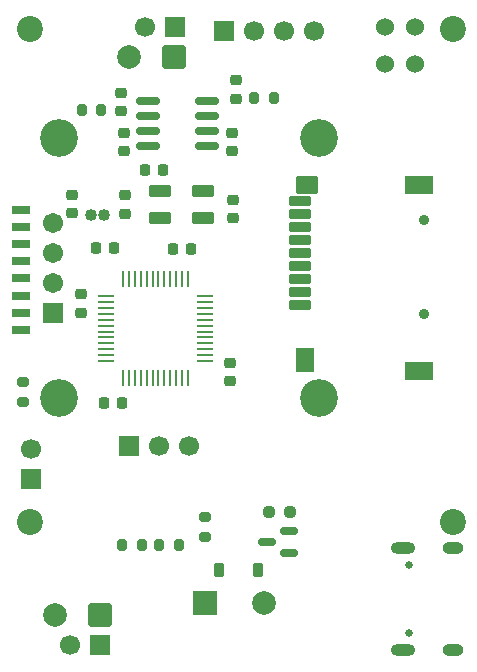
<source format=gbr>
%TF.GenerationSoftware,KiCad,Pcbnew,9.0.4*%
%TF.CreationDate,2025-12-12T14:24:18+03:00*%
%TF.ProjectId,mini_power_logger,6d696e69-5f70-46f7-9765-725f6c6f6767,rev?*%
%TF.SameCoordinates,Original*%
%TF.FileFunction,Soldermask,Bot*%
%TF.FilePolarity,Negative*%
%FSLAX46Y46*%
G04 Gerber Fmt 4.6, Leading zero omitted, Abs format (unit mm)*
G04 Created by KiCad (PCBNEW 9.0.4) date 2025-12-12 14:24:18*
%MOMM*%
%LPD*%
G01*
G04 APERTURE LIST*
G04 Aperture macros list*
%AMRoundRect*
0 Rectangle with rounded corners*
0 $1 Rounding radius*
0 $2 $3 $4 $5 $6 $7 $8 $9 X,Y pos of 4 corners*
0 Add a 4 corners polygon primitive as box body*
4,1,4,$2,$3,$4,$5,$6,$7,$8,$9,$2,$3,0*
0 Add four circle primitives for the rounded corners*
1,1,$1+$1,$2,$3*
1,1,$1+$1,$4,$5*
1,1,$1+$1,$6,$7*
1,1,$1+$1,$8,$9*
0 Add four rect primitives between the rounded corners*
20,1,$1+$1,$2,$3,$4,$5,0*
20,1,$1+$1,$4,$5,$6,$7,0*
20,1,$1+$1,$6,$7,$8,$9,0*
20,1,$1+$1,$8,$9,$2,$3,0*%
G04 Aperture macros list end*
%ADD10RoundRect,0.102000X0.754000X-0.754000X0.754000X0.754000X-0.754000X0.754000X-0.754000X-0.754000X0*%
%ADD11C,1.712000*%
%ADD12C,3.204000*%
%ADD13C,2.200000*%
%ADD14R,1.700000X1.700000*%
%ADD15C,1.700000*%
%ADD16R,2.000000X2.000000*%
%ADD17C,2.000000*%
%ADD18C,1.524000*%
%ADD19RoundRect,0.250000X0.750000X0.750000X-0.750000X0.750000X-0.750000X-0.750000X0.750000X-0.750000X0*%
%ADD20C,0.650000*%
%ADD21O,2.100000X1.000000*%
%ADD22O,1.800000X1.000000*%
%ADD23RoundRect,0.200000X-0.200000X-0.275000X0.200000X-0.275000X0.200000X0.275000X-0.200000X0.275000X0*%
%ADD24C,0.900000*%
%ADD25RoundRect,0.102000X-0.800000X0.350000X-0.800000X-0.350000X0.800000X-0.350000X0.800000X0.350000X0*%
%ADD26RoundRect,0.102000X-0.800000X0.700000X-0.800000X-0.700000X0.800000X-0.700000X0.800000X0.700000X0*%
%ADD27RoundRect,0.102000X-1.100000X0.700000X-1.100000X-0.700000X1.100000X-0.700000X1.100000X0.700000X0*%
%ADD28RoundRect,0.102000X-0.700000X0.900000X-0.700000X-0.900000X0.700000X-0.900000X0.700000X0.900000X0*%
%ADD29RoundRect,0.150000X0.587500X0.150000X-0.587500X0.150000X-0.587500X-0.150000X0.587500X-0.150000X0*%
%ADD30RoundRect,0.225000X-0.250000X0.225000X-0.250000X-0.225000X0.250000X-0.225000X0.250000X0.225000X0*%
%ADD31RoundRect,0.225000X0.250000X-0.225000X0.250000X0.225000X-0.250000X0.225000X-0.250000X-0.225000X0*%
%ADD32RoundRect,0.200000X0.200000X0.275000X-0.200000X0.275000X-0.200000X-0.275000X0.200000X-0.275000X0*%
%ADD33RoundRect,0.225000X-0.225000X-0.375000X0.225000X-0.375000X0.225000X0.375000X-0.225000X0.375000X0*%
%ADD34RoundRect,0.250000X0.700000X0.300000X-0.700000X0.300000X-0.700000X-0.300000X0.700000X-0.300000X0*%
%ADD35RoundRect,0.200000X-0.275000X0.200000X-0.275000X-0.200000X0.275000X-0.200000X0.275000X0.200000X0*%
%ADD36RoundRect,0.225000X0.225000X0.250000X-0.225000X0.250000X-0.225000X-0.250000X0.225000X-0.250000X0*%
%ADD37R,1.600000X0.800000*%
%ADD38R,0.279400X1.473200*%
%ADD39R,1.473200X0.279400*%
%ADD40RoundRect,0.237500X-0.250000X-0.237500X0.250000X-0.237500X0.250000X0.237500X-0.250000X0.237500X0*%
%ADD41RoundRect,0.200000X0.275000X-0.200000X0.275000X0.200000X-0.275000X0.200000X-0.275000X-0.200000X0*%
%ADD42RoundRect,0.225000X-0.225000X-0.250000X0.225000X-0.250000X0.225000X0.250000X-0.225000X0.250000X0*%
%ADD43C,1.014000*%
%ADD44RoundRect,0.150000X-0.825000X-0.150000X0.825000X-0.150000X0.825000X0.150000X-0.825000X0.150000X0*%
G04 APERTURE END LIST*
D10*
%TO.C,U4*%
X161912500Y-78210000D03*
D11*
X161912500Y-75670000D03*
X161912500Y-73130000D03*
X161912500Y-70590000D03*
D12*
X162412500Y-85400000D03*
X162412500Y-63400000D03*
X184412500Y-63400000D03*
X184412500Y-85400000D03*
%TD*%
D13*
%TO.C,*%
X160000000Y-95900000D03*
%TD*%
D14*
%TO.C,J1*%
X165920000Y-106250000D03*
D15*
X163380000Y-106250000D03*
%TD*%
D16*
%TO.C,BZ1*%
X174800000Y-102700000D03*
D17*
X179800000Y-102700000D03*
%TD*%
D18*
%TO.C,J7*%
X192570000Y-54000000D03*
X190030000Y-53980000D03*
%TD*%
%TO.C,J6*%
X192570000Y-57100000D03*
X190030000Y-57080000D03*
%TD*%
D19*
%TO.C,J3*%
X165905000Y-103782500D03*
D17*
X162095000Y-103782500D03*
%TD*%
D13*
%TO.C,*%
X195800000Y-54100000D03*
%TD*%
D14*
%TO.C,J1*%
X172227502Y-54000000D03*
D15*
X169687502Y-54000000D03*
%TD*%
D20*
%TO.C,J8*%
X192085000Y-105290000D03*
X192085000Y-99510000D03*
D21*
X191585000Y-106720000D03*
D22*
X195765000Y-106720000D03*
D21*
X191585000Y-98080000D03*
D22*
X195765000Y-98080000D03*
%TD*%
D13*
%TO.C,*%
X160000000Y-54100000D03*
%TD*%
D14*
%TO.C,J5*%
X160100000Y-92275000D03*
D15*
X160100000Y-89735000D03*
%TD*%
D19*
%TO.C,J2*%
X172205000Y-56482500D03*
D17*
X168395000Y-56482500D03*
%TD*%
D14*
%TO.C,J4*%
X176390000Y-54300000D03*
D15*
X178930000Y-54300000D03*
X181470000Y-54300000D03*
X184010000Y-54300000D03*
%TD*%
D13*
%TO.C,*%
X195800000Y-95900000D03*
%TD*%
D14*
%TO.C,J1*%
X168360000Y-89400000D03*
D15*
X170900000Y-89400000D03*
X173440000Y-89400000D03*
%TD*%
D23*
%TO.C,R9*%
X164350000Y-61000000D03*
X166000000Y-61000000D03*
%TD*%
D24*
%TO.C,P1*%
X193300000Y-70270000D03*
X193300000Y-78270000D03*
D25*
X182800000Y-77470000D03*
X182800000Y-76370000D03*
X182800000Y-75270000D03*
X182800000Y-74170000D03*
X182800000Y-73070000D03*
X182800000Y-71970000D03*
X182800000Y-70870000D03*
X182800000Y-69770000D03*
X182800000Y-68670000D03*
D26*
X183400000Y-67370000D03*
D27*
X192900000Y-67370000D03*
X192900000Y-83070000D03*
D28*
X183300000Y-82170000D03*
%TD*%
D29*
%TO.C,Q1*%
X181900000Y-96600000D03*
X181900000Y-98500000D03*
X180025000Y-97550000D03*
%TD*%
D30*
%TO.C,C20*%
X177100000Y-62925000D03*
X177100000Y-64475000D03*
%TD*%
D31*
%TO.C,C17*%
X167650000Y-61075000D03*
X167650000Y-59525000D03*
%TD*%
D32*
%TO.C,R12*%
X169450000Y-97800000D03*
X167800000Y-97800000D03*
%TD*%
D30*
%TO.C,C10*%
X176900000Y-82425000D03*
X176900000Y-83975000D03*
%TD*%
D33*
%TO.C,D1*%
X175950000Y-99900000D03*
X179250000Y-99900000D03*
%TD*%
D34*
%TO.C,Y2*%
X174650000Y-70150000D03*
X170950000Y-70150000D03*
X170950000Y-67850000D03*
X174650000Y-67850000D03*
%TD*%
D31*
%TO.C,C9*%
X168000000Y-69775000D03*
X168000000Y-68225000D03*
%TD*%
D30*
%TO.C,C7*%
X164300000Y-76600000D03*
X164300000Y-78150000D03*
%TD*%
D35*
%TO.C,R1*%
X159400000Y-84050000D03*
X159400000Y-85700000D03*
%TD*%
D31*
%TO.C,C18*%
X177400000Y-60025000D03*
X177400000Y-58475000D03*
%TD*%
D30*
%TO.C,C19*%
X167900000Y-62925000D03*
X167900000Y-64475000D03*
%TD*%
D36*
%TO.C,C12*%
X171275000Y-66100000D03*
X169725000Y-66100000D03*
%TD*%
D32*
%TO.C,R10*%
X180625000Y-60000000D03*
X178975000Y-60000000D03*
%TD*%
D37*
%TO.C,C1*%
X159200000Y-69421429D03*
X159200000Y-70877143D03*
X159200000Y-72332858D03*
X159200000Y-73788572D03*
X159200000Y-75244286D03*
X159200000Y-76700000D03*
X159200000Y-78155715D03*
X159200000Y-79611429D03*
%TD*%
D31*
%TO.C,C11*%
X177200000Y-70175000D03*
X177200000Y-68625000D03*
%TD*%
D36*
%TO.C,C3*%
X167125000Y-72700000D03*
X165575000Y-72700000D03*
%TD*%
D38*
%TO.C,U1*%
X167850000Y-75283600D03*
X168349999Y-75283600D03*
X168850001Y-75283600D03*
X169350000Y-75283599D03*
X169849999Y-75283600D03*
X170350000Y-75283600D03*
X170850000Y-75283600D03*
X171350001Y-75283600D03*
X171850000Y-75283599D03*
X172349999Y-75283600D03*
X172850001Y-75283600D03*
X173350000Y-75283600D03*
D39*
X174816400Y-76750000D03*
X174816400Y-77249999D03*
X174816400Y-77750001D03*
X174816401Y-78250000D03*
X174816400Y-78749999D03*
X174816400Y-79250000D03*
X174816400Y-79750000D03*
X174816400Y-80250001D03*
X174816401Y-80750000D03*
X174816400Y-81249999D03*
X174816400Y-81750001D03*
X174816400Y-82250000D03*
D38*
X173350000Y-83716400D03*
X172850001Y-83716400D03*
X172349999Y-83716400D03*
X171850000Y-83716401D03*
X171350001Y-83716400D03*
X170850000Y-83716400D03*
X170350000Y-83716400D03*
X169849999Y-83716400D03*
X169350000Y-83716401D03*
X168850001Y-83716400D03*
X168349999Y-83716400D03*
X167850000Y-83716400D03*
D39*
X166383600Y-82250000D03*
X166383600Y-81750001D03*
X166383600Y-81249999D03*
X166383599Y-80750000D03*
X166383600Y-80250001D03*
X166383600Y-79750000D03*
X166383600Y-79250000D03*
X166383600Y-78749999D03*
X166383599Y-78250000D03*
X166383600Y-77750001D03*
X166383600Y-77249999D03*
X166383600Y-76750000D03*
%TD*%
D40*
%TO.C,R14*%
X180200000Y-95000000D03*
X182025000Y-95000000D03*
%TD*%
D41*
%TO.C,R11*%
X174800000Y-97125000D03*
X174800000Y-95475000D03*
%TD*%
D23*
%TO.C,R13*%
X170900000Y-97800000D03*
X172550000Y-97800000D03*
%TD*%
D42*
%TO.C,C4*%
X172075000Y-72800000D03*
X173625000Y-72800000D03*
%TD*%
D31*
%TO.C,C6*%
X163500000Y-69700000D03*
X163500000Y-68150000D03*
%TD*%
D36*
%TO.C,C5*%
X167775000Y-85800000D03*
X166225000Y-85800000D03*
%TD*%
D43*
%TO.C,Y1*%
X165100000Y-69900000D03*
X166270000Y-69900000D03*
%TD*%
D44*
%TO.C,U3*%
X170000000Y-64070000D03*
X170000000Y-62800000D03*
X170000000Y-61530000D03*
X170000000Y-60260000D03*
X174950000Y-60260000D03*
X174950000Y-61530000D03*
X174950000Y-62800000D03*
X174950000Y-64070000D03*
%TD*%
M02*

</source>
